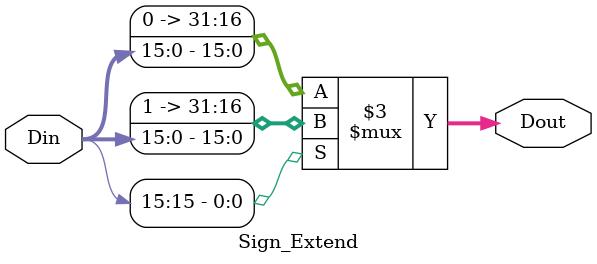
<source format=v>
`timescale 1ns / 1ps


module Sign_Extend(Din,Dout);
    
input [15:0] Din;
output reg[31:0] Dout;




always@(*) begin
    Dout = (Din[15] == 1'b0)? {16'h0000,Din}: {16'hFFFF,Din};//{16{
end

endmodule

</source>
